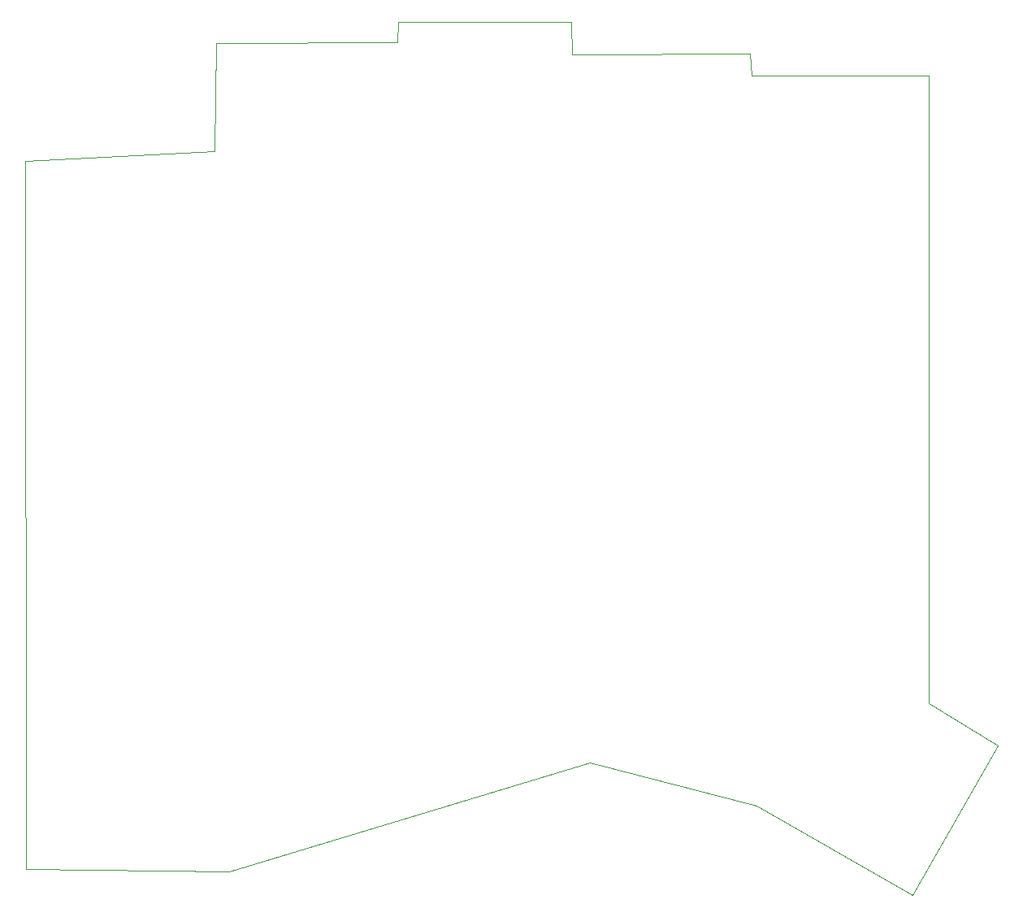
<source format=gbr>
%TF.GenerationSoftware,KiCad,Pcbnew,(6.0.7-1)-1*%
%TF.CreationDate,2022-11-03T20:53:44+08:00*%
%TF.ProjectId,kiai,6b696169-2e6b-4696-9361-645f70636258,rev?*%
%TF.SameCoordinates,Original*%
%TF.FileFunction,Profile,NP*%
%FSLAX46Y46*%
G04 Gerber Fmt 4.6, Leading zero omitted, Abs format (unit mm)*
G04 Created by KiCad (PCBNEW (6.0.7-1)-1) date 2022-11-03 20:53:44*
%MOMM*%
%LPD*%
G01*
G04 APERTURE LIST*
%TA.AperFunction,Profile*%
%ADD10C,0.100000*%
%TD*%
G04 APERTURE END LIST*
D10*
X152900000Y76100000D02*
X171500000Y76200000D01*
X171600000Y73900000D01*
X190100000Y73900000D01*
X190100000Y8500000D01*
X197300000Y4100000D01*
X188400000Y-11400000D01*
X172100000Y-2100000D01*
X154800000Y2400000D01*
X117200000Y-9000000D01*
X96000000Y-8700000D01*
X95900000Y65000000D01*
X115700000Y66000000D01*
X115800000Y77300000D01*
X134700000Y77400000D01*
X134800000Y79500000D01*
X152800000Y79500000D01*
X152900000Y76100000D01*
M02*

</source>
